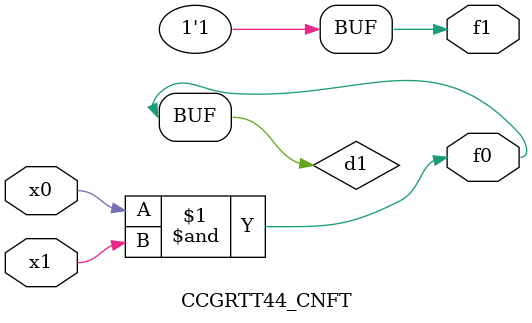
<source format=v>
module CCGRTT44_CNFT(
	input x0, x1,
	output f0, f1
);

	wire d1;

	assign f0 = d1;
	and (d1, x0, x1);
	assign f1 = 1'b1;
endmodule

</source>
